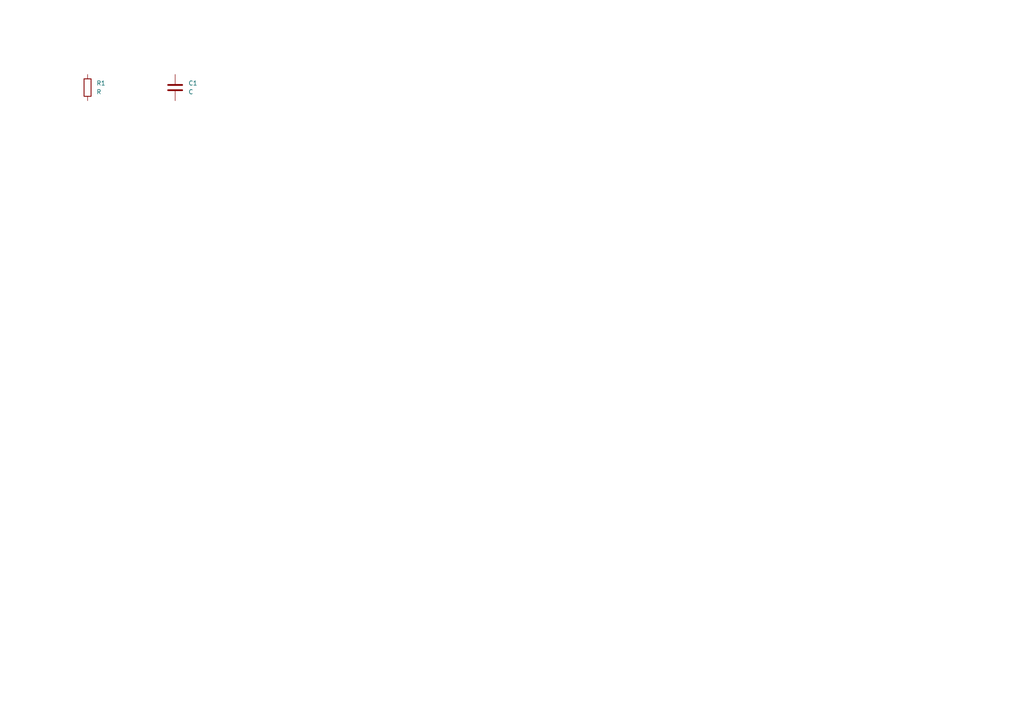
<source format=kicad_sch>
(kicad_sch (version 20231120) (generator "eeschema") (generator_version "8.0")
  (paper "A4")
  (lib_symbols
    (symbol "Device:C" (pin_numbers hide) (pin_names (offset 0.254))
      (property "Reference" "C" (at 0.635 2.54 0))
      (property "Value" "C" (at 0.635 -2.54 0))
      (symbol "C_0_1"
        (polyline (pts (xy -2.032 -0.762) (xy 2.032 -0.762)) (stroke (width 0.508)))
        (polyline (pts (xy -2.032 0.762) (xy 2.032 0.762)) (stroke (width 0.508)))
      )
      (symbol "C_1_1"
        (pin passive line (at 0 3.81 270) (length 2.794) (name "~") (number "1"))
        (pin passive line (at 0 -3.81 90) (length 2.794) (name "~") (number "2"))
      )
    )
    (symbol "Device:R" (pin_numbers hide) (pin_names (offset 0))
      (property "Reference" "R" (at 2.032 0 90))
      (property "Value" "R" (at 0 0 90))
      (symbol "R_0_1"
        (rectangle (start -1.016 -2.54) (end 1.016 2.54) (stroke (width 0.254)))
      )
      (symbol "R_1_1"
        (pin passive line (at 0 3.81 270) (length 1.27) (name "~") (number "1"))
        (pin passive line (at 0 -3.81 90) (length 1.27) (name "~") (number "2"))
      )
    )
  )
  (symbol (lib_id "Device:R") (at 25.4 25.4 0) (unit 1)
    (property "Reference" "R1" (at 27.94 24.1299 0) (effects (justify left)))
    (property "Value" "R" (at 27.94 26.6699 0) (effects (justify left)))
    (property "Footprint" "Resistor_SMD:R_0603_1608Metric" (effects (hide yes)))
    (property "Description" "Resistor" (effects (hide yes)))
  )
  (symbol (lib_id "Device:C") (at 50.8 25.4 0) (unit 1)
    (property "Reference" "C1" (at 54.61 24.1299 0) (effects (justify left)))
    (property "Value" "C" (at 54.61 26.6699 0) (effects (justify left)))
    (property "Footprint" "Capacitor_SMD:C_0603_1608Metric" (effects (hide yes)))
    (property "Description" "Unpolarized capacitor" (effects (hide yes)))
  )
)
</source>
